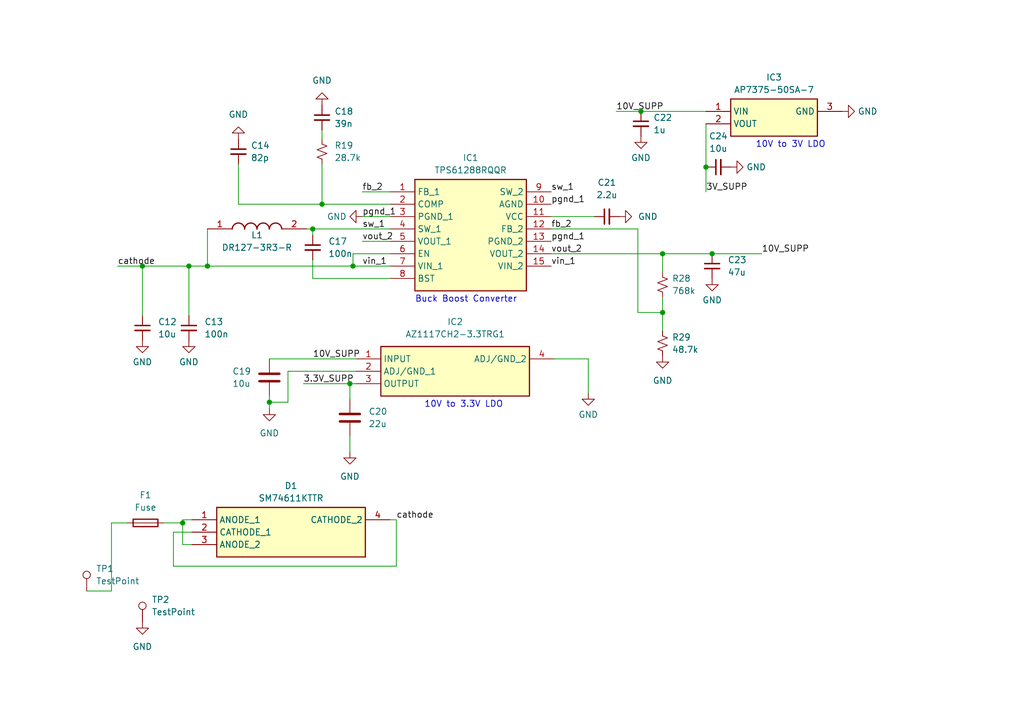
<source format=kicad_sch>
(kicad_sch (version 20230121) (generator eeschema)
  (paper "A5")
  (lib_symbols
    (symbol "AP7375-50SA-7:AP7375-50SA-7"
      (property "Reference" "IC" (at 24.13 7.62 0))
      (property "Value" "AP7375-50SA-7" (at 24.13 5.08 0))
      (symbol "AP7375-50SA-7_1_1"
        (rectangle (start 5.08 2.54) (end 22.86 -5.08) (stroke (width 0.254)) (fill (type background)))
        (pin passive line (at 0 0 0) (length 5.08) (name "VIN") (number "1"))
        (pin passive line (at 0 -2.54 0) (length 5.08) (name "VOUT") (number "2"))
        (pin passive line (at 27.94 0 180) (length 5.08) (name "GND") (number "3"))
      )
    )
    (symbol "AZ1117CH2-3_3TRG1:AZ1117CH2-3.3TRG1"
      (property "Reference" "IC" (at 36.83 7.62 0))
      (property "Value" "AZ1117CH2-3.3TRG1" (at 36.83 5.08 0))
      (symbol "AZ1117CH2-3.3TRG1_1_1"
        (rectangle (start 5.08 2.54) (end 35.56 -7.62) (stroke (width 0.254)) (fill (type background)))
        (pin passive line (at 0 0 0) (length 5.08) (name "INPUT") (number "1"))
        (pin passive line (at 0 -2.54 0) (length 5.08) (name "ADJ/GND_1") (number "2"))
        (pin passive line (at 0 -5.08 0) (length 5.08) (name "OUTPUT") (number "3"))
        (pin passive line (at 40.64 0 180) (length 5.08) (name "ADJ/GND_2") (number "4"))
      )
    )
    (symbol "Connector:TestPoint" (pin_numbers hide) (pin_names (offset 0.762) hide)
      (property "Reference" "TP" (at 0 6.858 0))
      (property "Value" "TestPoint" (at 0 5.08 0))
      (symbol "TestPoint_0_1"
        (circle (center 0 3.302) (radius 0.762))
      )
      (symbol "TestPoint_1_1"
        (pin passive line (at 0 0 90) (length 2.54) (name "1") (number "1"))
      )
    )
    (symbol "DR127-3R3-R:DR127-3R3-R" (pin_names hide)
      (property "Reference" "L" (at 16.51 6.35 0))
      (property "Value" "DR127-3R3-R" (at 16.51 3.81 0))
      (symbol "DR127-3R3-R_1_1"
        (arc (start 7.62 0) (mid 6.35 1.219) (end 5.08 0) (stroke (width 0.254)))
        (arc (start 10.16 0) (mid 8.89 1.219) (end 7.62 0) (stroke (width 0.254)))
        (arc (start 12.7 0) (mid 11.43 1.219) (end 10.16 0) (stroke (width 0.254)))
        (arc (start 15.24 0) (mid 13.97 1.219) (end 12.7 0) (stroke (width 0.254)))
        (pin passive line (at 0 0 0) (length 5.08) (name "1") (number "1"))
        (pin passive line (at 20.32 0 180) (length 5.08) (name "2") (number "2"))
      )
    )
    (symbol "Device:C" (pin_numbers hide) (pin_names (offset 0.254))
      (property "Reference" "C" (at 0.635 2.54 0))
      (property "Value" "C" (at 0.635 -2.54 0))
      (symbol "C_0_1"
        (polyline (pts (xy -2.032 -0.762) (xy 2.032 -0.762)) (stroke (width 0.508)))
        (polyline (pts (xy -2.032 0.762) (xy 2.032 0.762)) (stroke (width 0.508)))
      )
      (symbol "C_1_1"
        (pin passive line (at 0 3.81 270) (length 2.794) (name "~") (number "1"))
        (pin passive line (at 0 -3.81 90) (length 2.794) (name "~") (number "2"))
      )
    )
    (symbol "Device:C_Small" (pin_numbers hide) (pin_names (offset 0.254) hide)
      (property "Reference" "C" (at 0.254 1.778 0))
      (property "Value" "C_Small" (at 0.254 -2.032 0))
      (symbol "C_Small_0_1"
        (polyline (pts (xy -1.524 -0.508) (xy 1.524 -0.508)) (stroke (width 0.3302)))
        (polyline (pts (xy -1.524 0.508) (xy 1.524 0.508)) (stroke (width 0.3048)))
      )
      (symbol "C_Small_1_1"
        (pin passive line (at 0 2.54 270) (length 2.032) (name "~") (number "1"))
        (pin passive line (at 0 -2.54 90) (length 2.032) (name "~") (number "2"))
      )
    )
    (symbol "Device:Fuse" (pin_numbers hide) (pin_names (offset 0))
      (property "Reference" "F" (at 2.032 0 90))
      (property "Value" "Fuse" (at -1.905 0 90))
      (symbol "Fuse_0_1"
        (rectangle (start -0.762 -2.54) (end 0.762 2.54) (stroke (width 0.254)))
        (polyline (pts (xy 0 2.54) (xy 0 -2.54)))
      )
      (symbol "Fuse_1_1"
        (pin passive line (at 0 3.81 270) (length 1.27) (name "~") (number "1"))
        (pin passive line (at 0 -3.81 90) (length 1.27) (name "~") (number "2"))
      )
    )
    (symbol "Device:R_Small_US" (pin_numbers hide) (pin_names (offset 0.254) hide)
      (property "Reference" "R" (at 0.762 0.508 0))
      (property "Value" "R_Small_US" (at 0.762 -1.016 0))
      (symbol "R_Small_US_1_1"
        (polyline (pts (xy 0 0) (xy 1.016 -0.381) (xy 0 -0.762) (xy -1.016 -1.143) (xy 0 -1.524)))
        (polyline (pts (xy 0 1.524) (xy 1.016 1.143) (xy 0 0.762) (xy -1.016 0.381) (xy 0 0)))
        (pin passive line (at 0 2.54 270) (length 1.016) (name "~") (number "1"))
        (pin passive line (at 0 -2.54 90) (length 1.016) (name "~") (number "2"))
      )
    )
    (symbol "SM74611KTTR:SM74611KTTR"
      (property "Reference" "D" (at 36.83 7.62 0))
      (property "Value" "SM74611KTTR" (at 36.83 5.08 0))
      (symbol "SM74611KTTR_1_1"
        (rectangle (start 5.08 2.54) (end 35.56 -7.62) (stroke (width 0.254)) (fill (type background)))
        (pin passive line (at 0 0 0) (length 5.08) (name "ANODE_1") (number "1"))
        (pin passive line (at 0 -2.54 0) (length 5.08) (name "CATHODE_1") (number "2"))
        (pin passive line (at 0 -5.08 0) (length 5.08) (name "ANODE_2") (number "3"))
        (pin passive line (at 40.64 0 180) (length 5.08) (name "CATHODE_2") (number "4"))
      )
    )
    (symbol "TPS61288RQQR:TPS61288RQQR"
      (property "Reference" "IC" (at 29.21 7.62 0))
      (property "Value" "TPS61288RQQR" (at 29.21 5.08 0))
      (symbol "TPS61288RQQR_1_1"
        (rectangle (start 5.08 2.54) (end 27.94 -20.32) (stroke (width 0.254)) (fill (type background)))
        (pin passive line (at 0 0 0) (length 5.08) (name "FB_1") (number "1"))
        (pin passive line (at 33.02 -2.54 180) (length 5.08) (name "AGND") (number "10"))
        (pin passive line (at 33.02 -5.08 180) (length 5.08) (name "VCC") (number "11"))
        (pin passive line (at 33.02 -7.62 180) (length 5.08) (name "FB_2") (number "12"))
        (pin passive line (at 33.02 -10.16 180) (length 5.08) (name "PGND_2") (number "13"))
        (pin passive line (at 33.02 -12.7 180) (length 5.08) (name "VOUT_2") (number "14"))
        (pin passive line (at 33.02 -15.24 180) (length 5.08) (name "VIN_2") (number "15"))
        (pin passive line (at 0 -2.54 0) (length 5.08) (name "COMP") (number "2"))
        (pin passive line (at 0 -5.08 0) (length 5.08) (name "PGND_1") (number "3"))
        (pin passive line (at 0 -7.62 0) (length 5.08) (name "SW_1") (number "4"))
        (pin passive line (at 0 -10.16 0) (length 5.08) (name "VOUT_1") (number "5"))
        (pin passive line (at 0 -12.7 0) (length 5.08) (name "EN") (number "6"))
        (pin passive line (at 0 -15.24 0) (length 5.08) (name "VIN_1") (number "7"))
        (pin passive line (at 0 -17.78 0) (length 5.08) (name "BST") (number "8"))
        (pin passive line (at 33.02 0 180) (length 5.08) (name "SW_2") (number "9"))
      )
    )
    (symbol "power:GND" (power) (pin_names (offset 0))
      (property "Value" "GND" (at 0 -3.81 0))
      (symbol "GND_0_1"
        (polyline (pts (xy 0 0) (xy 0 -1.27) (xy 1.27 -1.27) (xy 0 -2.54) (xy -1.27 -1.27) (xy 0 -1.27)))
      )
      (symbol "GND_1_1"
        (pin power_in line (at 0 0 270) (length 0) hide (name "GND") (number "1"))
      )
    )
  )
  (junction (at 55.245 82.55))
  (junction (at 72.39 54.61))
  (junction (at 146.05 52.07))
  (junction (at 135.89 52.07))
  (junction (at 37.465 107.315))
  (junction (at 42.545 54.61))
  (junction (at 38.735 54.61))
  (junction (at 135.89 64.135))
  (junction (at 66.04 41.91))
  (junction (at 71.755 78.74))
  (junction (at 29.21 54.61))
  (junction (at 64.135 46.99))
  (junction (at 144.78 34.29))
  (junction (at 131.445 22.86))
  (wire (pts (xy 71.755 78.74) (xy 71.755 81.915)))
  (wire (pts (xy 42.545 46.99) (xy 42.545 54.61)))
  (wire (pts (xy 126.365 22.86) (xy 131.445 22.86)))
  (wire (pts (xy 39.37 111.76) (xy 37.465 111.76)))
  (wire (pts (xy 66.04 26.67) (xy 66.04 28.575)))
  (wire (pts (xy 66.04 33.655) (xy 66.04 41.91)))
  (wire (pts (xy 120.65 73.66) (xy 120.65 80.645)))
  (wire (pts (xy 37.465 111.76) (xy 37.465 107.315)))
  (wire (pts (xy 22.86 107.315) (xy 22.86 121.285)))
  (wire (pts (xy 64.135 46.99) (xy 80.01 46.99)))
  (wire (pts (xy 144.78 25.4) (xy 144.78 34.29)))
  (wire (pts (xy 113.03 44.45) (xy 121.92 44.45)))
  (wire (pts (xy 33.655 107.315) (xy 37.465 107.315)))
  (wire (pts (xy 55.245 83.82) (xy 55.245 82.55)))
  (wire (pts (xy 74.295 49.53) (xy 80.01 49.53)))
  (wire (pts (xy 72.39 52.07) (xy 72.39 54.61)))
  (wire (pts (xy 59.055 82.55) (xy 59.055 76.2)))
  (wire (pts (xy 59.055 76.2) (xy 73.025 76.2)))
  (wire (pts (xy 38.735 64.77) (xy 38.735 54.61)))
  (wire (pts (xy 81.28 106.68) (xy 80.01 106.68)))
  (wire (pts (xy 26.035 107.315) (xy 22.86 107.315)))
  (wire (pts (xy 71.755 89.535) (xy 71.755 92.71)))
  (wire (pts (xy 144.78 34.29) (xy 144.78 39.37)))
  (wire (pts (xy 35.56 109.22) (xy 35.56 116.205)))
  (wire (pts (xy 74.295 44.45) (xy 80.01 44.45)))
  (wire (pts (xy 130.81 46.99) (xy 130.81 64.135)))
  (wire (pts (xy 72.39 54.61) (xy 80.01 54.61)))
  (wire (pts (xy 29.21 54.61) (xy 38.735 54.61)))
  (wire (pts (xy 131.445 22.86) (xy 144.78 22.86)))
  (wire (pts (xy 35.56 116.205) (xy 81.28 116.205)))
  (wire (pts (xy 66.04 41.91) (xy 80.01 41.91)))
  (wire (pts (xy 74.295 39.37) (xy 80.01 39.37)))
  (wire (pts (xy 130.81 64.135) (xy 135.89 64.135)))
  (wire (pts (xy 64.135 46.99) (xy 64.135 48.26)))
  (wire (pts (xy 48.895 41.91) (xy 66.04 41.91)))
  (wire (pts (xy 113.665 73.66) (xy 120.65 73.66)))
  (wire (pts (xy 113.03 52.07) (xy 135.89 52.07)))
  (wire (pts (xy 81.28 116.205) (xy 81.28 106.68)))
  (wire (pts (xy 146.05 52.07) (xy 156.21 52.07)))
  (wire (pts (xy 48.895 33.655) (xy 48.895 41.91)))
  (wire (pts (xy 29.21 64.77) (xy 29.21 54.61)))
  (wire (pts (xy 62.23 78.74) (xy 71.755 78.74)))
  (wire (pts (xy 24.13 54.61) (xy 29.21 54.61)))
  (wire (pts (xy 71.755 78.74) (xy 73.025 78.74)))
  (wire (pts (xy 55.245 82.55) (xy 59.055 82.55)))
  (wire (pts (xy 38.735 54.61) (xy 42.545 54.61)))
  (wire (pts (xy 135.89 60.96) (xy 135.89 64.135)))
  (wire (pts (xy 135.89 64.135) (xy 135.89 67.945)))
  (wire (pts (xy 17.78 121.285) (xy 22.86 121.285)))
  (wire (pts (xy 37.465 107.315) (xy 37.465 106.68)))
  (wire (pts (xy 64.135 57.15) (xy 80.01 57.15)))
  (wire (pts (xy 62.865 46.99) (xy 64.135 46.99)))
  (wire (pts (xy 37.465 106.68) (xy 39.37 106.68)))
  (wire (pts (xy 113.03 46.99) (xy 130.81 46.99)))
  (wire (pts (xy 135.89 52.07) (xy 135.89 55.88)))
  (wire (pts (xy 64.135 53.34) (xy 64.135 57.15)))
  (wire (pts (xy 39.37 109.22) (xy 35.56 109.22)))
  (wire (pts (xy 55.245 82.55) (xy 55.245 81.28)))
  (wire (pts (xy 42.545 54.61) (xy 72.39 54.61)))
  (wire (pts (xy 55.245 73.66) (xy 73.025 73.66)))
  (wire (pts (xy 135.89 52.07) (xy 146.05 52.07)))
  (wire (pts (xy 72.39 52.07) (xy 80.01 52.07)))
  (text "Buck Boost Converter" (at 85.09 62.23 0) (effects (font (size 1.27 1.27)) (justify left bottom)))
  (text "10V to 3.3V LDO" (at 86.995 83.82 0) (effects (font (size 1.27 1.27)) (justify left bottom)))
  (text "10V to 3V LDO\n" (at 154.94 30.48 0) (effects (font (size 1.27 1.27)) (justify left bottom)))
  (label "fb_2" (at 113.03 46.99 0))
  (label "3.3V_SUPP" (at 62.23 78.74 0))
  (label "fb_2" (at 74.295 39.37 0))
  (label "sw_1" (at 113.03 39.37 0))
  (label "10V_SUPP" (at 126.365 22.86 0))
  (label "vin_1" (at 74.295 54.61 0))
  (label "vout_2" (at 113.03 52.07 0))
  (label "vin_1" (at 113.03 54.61 0))
  (label "vout_2" (at 74.295 49.53 0))
  (label "pgnd_1" (at 113.03 49.53 0))
  (label "pgnd_1" (at 113.03 41.91 0))
  (label "sw_1" (at 74.295 46.99 0))
  (label "10V_SUPP" (at 64.135 73.66 0))
  (label "3V_SUPP" (at 144.78 39.37 0))
  (label "cathode" (at 81.28 106.68 0))
  (label "pgnd_1" (at 74.295 44.45 0))
  (label "cathode" (at 24.13 54.61 0))
  (label "10V_SUPP" (at 156.21 52.07 0))
  (symbol (lib_id "power:GND") (at 172.72 22.86 90) (unit 1)
    (property "Reference" "#PWR065" (effects hide))
    (property "Value" "GND" (at 175.895 22.86 90) (effects (justify right)))
  )
  (symbol (lib_id "Device:C_Small") (at 29.21 67.31 0) (unit 1)
    (property "Reference" "C12" (at 32.385 66.0463 0) (effects (justify left)))
    (property "Value" "10u" (at 32.385 68.5863 0) (effects (justify left)))
    (property "Footprint" "Capacitor_SMD:C_0805_2012Metric_Pad1.18x1.45mm_HandSolder" (effects hide))
  )
  (symbol (lib_id "power:GND") (at 66.04 21.59 180) (unit 1)
    (property "Reference" "#PWR037" (effects hide))
    (property "Value" "GND" (at 66.04 16.51 0))
  )
  (symbol (lib_id "power:GND") (at 55.245 83.82 0) (unit 1)
    (property "Reference" "#PWR039" (effects hide))
    (property "Value" "GND" (at 55.245 88.9 0))
  )
  (symbol (lib_id "power:GND") (at 120.65 80.645 0) (unit 1)
    (property "Reference" "#PWR064" (effects hide))
    (property "Value" "GND" (at 120.65 85.09 0))
  )
  (symbol (lib_id "power:GND") (at 48.895 28.575 180) (unit 1)
    (property "Reference" "#PWR029" (effects hide))
    (property "Value" "GND" (at 48.895 23.495 0))
  )
  (symbol (lib_id "power:GND") (at 131.445 27.94 0) (unit 1)
    (property "Reference" "#PWR046" (effects hide))
    (property "Value" "GND" (at 131.445 32.385 0))
  )
  (symbol (lib_id "Connector:TestPoint") (at 29.21 127.635 0) (unit 1)
    (property "Reference" "TP2" (at 31.115 123.063 0) (effects (justify left)))
    (property "Value" "TestPoint" (at 31.115 125.603 0) (effects (justify left)))
    (property "Footprint" "TestPoint:TestPoint_Pad_2.0x2.0mm" (effects hide))
  )
  (symbol (lib_id "TPS61288RQQR:TPS61288RQQR") (at 80.01 39.37 0) (unit 1)
    (property "Reference" "IC1" (at 96.52 32.385 0))
    (property "Value" "TPS61288RQQR" (at 96.52 34.925 0))
    (property "Footprint" "tpsqqr:TPS61288RQQR" (effects hide))
    (property "Datasheet" "https://www.ti.com/lit/ds/symlink/tps61288.pdf?ts=1609351344517&ref_url=https%253A%252F%252Fwww.ti.com%252Fpower-management%252Fnon-isolated-dc-dc-switching-regulators%252Fstep-up-boost%252Fboost-converters-integrated-switch%252Fproducts.html" (effects hide))
    (property "Height" "1" (effects hide))
    (property "Mouser Part Number" "595-TPS61288RQQR" (effects hide))
    (property "Mouser Price/Stock" "https://www.mouser.co.uk/ProductDetail/Texas-Instruments/TPS61288RQQR?qs=eP2BKZSCXI7ZX8saYJkaIw%3D%3D" (effects hide))
    (property "Manufacturer_Name" "Texas Instruments" (effects hide))
    (property "Manufacturer_Part_Number" "TPS61288RQQR" (effects hide))
  )
  (symbol (lib_id "power:GND") (at 135.89 73.025 0) (unit 1)
    (property "Reference" "#PWR049" (effects hide))
    (property "Value" "GND" (at 135.89 78.105 0))
  )
  (symbol (lib_id "Device:C") (at 71.755 85.725 0) (unit 1)
    (property "Reference" "C20" (at 75.565 84.455 0) (effects (justify left)))
    (property "Value" "22u" (at 75.565 86.995 0) (effects (justify left)))
    (property "Footprint" "Capacitor_SMD:C_0603_1608Metric_Pad1.08x0.95mm_HandSolder" (effects hide))
  )
  (symbol (lib_id "AZ1117CH2-3_3TRG1:AZ1117CH2-3.3TRG1") (at 73.025 73.66 0) (unit 1)
    (property "Reference" "IC2" (at 93.345 66.04 0))
    (property "Value" "AZ1117CH2-3.3TRG1" (at 93.345 68.58 0))
    (property "Footprint" "AZ1117:SOT230P700X180-4N" (effects hide))
    (property "Datasheet" "https://www.arrow.com/en/products/az1117ch2-3.3trg1/diodes-incorporated" (effects hide))
    (property "Height" "1.8" (effects hide))
    (property "Mouser Part Number" "621-AZ1117CH2-33TRG1" (effects hide))
    (property "Mouser Price/Stock" "https://www.mouser.co.uk/ProductDetail/Diodes-Incorporated/AZ1117CH2-3.3TRG1?qs=lQAVKuKFhkLc7jCxso2G3w%3D%3D" (effects hide))
    (property "Manufacturer_Name" "Diodes Incorporated" (effects hide))
    (property "Manufacturer_Part_Number" "AZ1117CH2-3.3TRG1" (effects hide))
  )
  (symbol (lib_id "Device:C_Small") (at 38.735 67.31 0) (unit 1)
    (property "Reference" "C13" (at 41.91 66.0463 0) (effects (justify left)))
    (property "Value" "100n" (at 41.91 68.5863 0) (effects (justify left)))
    (property "Footprint" "Capacitor_SMD:C_0805_2012Metric_Pad1.18x1.45mm_HandSolder" (effects hide))
  )
  (symbol (lib_id "Device:R_Small_US") (at 135.89 70.485 0) (unit 1)
    (property "Reference" "R29" (at 137.795 69.215 0) (effects (justify left)))
    (property "Value" "48.7k" (at 137.795 71.755 0) (effects (justify left)))
    (property "Footprint" "Resistor_SMD:R_0402_1005Metric_Pad0.72x0.64mm_HandSolder" (effects hide))
  )
  (symbol (lib_id "Device:C_Small") (at 146.05 54.61 0) (unit 1)
    (property "Reference" "C23" (at 149.225 53.3463 0) (effects (justify left)))
    (property "Value" "47u" (at 149.225 55.8863 0) (effects (justify left)))
    (property "Footprint" "Capacitor_SMD:C_1210_3225Metric_Pad1.33x2.70mm_HandSolder" (effects hide))
  )
  (symbol (lib_id "power:GND") (at 74.295 44.45 270) (unit 1)
    (property "Reference" "#PWR038" (effects hide))
    (property "Value" "GND" (at 71.12 44.45 90) (effects (justify right)))
  )
  (symbol (lib_id "Device:C_Small") (at 64.135 50.8 0) (unit 1)
    (property "Reference" "C17" (at 67.31 49.5363 0) (effects (justify left)))
    (property "Value" "100n" (at 67.31 52.0763 0) (effects (justify left)))
    (property "Footprint" "Capacitor_SMD:C_0805_2012Metric_Pad1.18x1.45mm_HandSolder" (effects hide))
  )
  (symbol (lib_id "power:GND") (at 29.21 127.635 0) (unit 1)
    (property "Reference" "#PWR023" (effects hide))
    (property "Value" "GND" (at 29.21 132.715 0))
  )
  (symbol (lib_id "Device:R_Small_US") (at 66.04 31.115 0) (unit 1)
    (property "Reference" "R19" (at 68.58 29.845 0) (effects (justify left)))
    (property "Value" "28.7k" (at 68.58 32.385 0) (effects (justify left)))
    (property "Footprint" "Resistor_SMD:R_0402_1005Metric_Pad0.72x0.64mm_HandSolder" (effects hide))
  )
  (symbol (lib_id "power:GND") (at 71.755 92.71 0) (unit 1)
    (property "Reference" "#PWR044" (effects hide))
    (property "Value" "GND" (at 71.755 97.79 0))
  )
  (symbol (lib_id "Device:C_Small") (at 66.04 24.13 0) (unit 1)
    (property "Reference" "C18" (at 68.58 22.8663 0) (effects (justify left)))
    (property "Value" "39n" (at 68.58 25.4063 0) (effects (justify left)))
    (property "Footprint" "Capacitor_SMD:C_0402_1005Metric_Pad0.74x0.62mm_HandSolder" (effects hide))
  )
  (symbol (lib_id "DR127-3R3-R:DR127-3R3-R") (at 42.545 46.99 0) (unit 1)
    (property "Reference" "L1" (at 52.705 48.26 0))
    (property "Value" "DR127-3R3-R" (at 52.705 50.8 0))
    (property "Footprint" "dr127:INDPM125125X800N" (effects hide))
    (property "Datasheet" "https://www.eaton.com/content/dam/eaton/products/electronic-components/resources/data-sheet/eaton-dr-high-power-density-high-efficiency-shielded-drum-core-power-inductors-data-sheet.pdf" (effects hide))
    (property "Height" "8" (effects hide))
    (property "Mouser Part Number" "704-DR127-3R3-R" (effects hide))
    (property "Mouser Price/Stock" "https://www.mouser.co.uk/ProductDetail/Coiltronics-Eaton/DR127-3R3-R?qs=yzwxPInThYRy49thz6gW5A%3D%3D" (effects hide))
    (property "Manufacturer_Name" "Eaton" (effects hide))
    (property "Manufacturer_Part_Number" "DR127-3R3-R" (effects hide))
  )
  (symbol (lib_id "Connector:TestPoint") (at 17.78 121.285 0) (unit 1)
    (property "Reference" "TP1" (at 19.685 116.713 0) (effects (justify left)))
    (property "Value" "TestPoint" (at 19.685 119.253 0) (effects (justify left)))
    (property "Footprint" "TestPoint:TestPoint_Pad_2.0x2.0mm" (effects hide))
  )
  (symbol (lib_id "AP7375-50SA-7:AP7375-50SA-7") (at 144.78 22.86 0) (unit 1)
    (property "Reference" "IC3" (at 158.75 15.875 0))
    (property "Value" "AP7375-50SA-7" (at 158.75 18.415 0))
    (property "Footprint" "ap7sa:SOT96P240X110-3N" (effects hide))
    (property "Height" "1.1" (effects hide))
    (property "Mouser Part Number" "621-AP7375-50SA-7" (effects hide))
    (property "Mouser Price/Stock" "https://www.mouser.co.uk/ProductDetail/Diodes-Incorporated/AP7375-50SA-7?qs=t7xnP681wgX8yYKy1Pe5iA%3D%3D" (effects hide))
    (property "Manufacturer_Name" "Diodes Incorporated" (effects hide))
    (property "Manufacturer_Part_Number" "AP7375-50SA-7" (effects hide))
  )
  (symbol (lib_id "Device:C_Small") (at 124.46 44.45 90) (unit 1)
    (property "Reference" "C21" (at 124.4663 37.465 90))
    (property "Value" "2.2u" (at 124.4663 40.005 90))
    (property "Footprint" "Capacitor_SMD:C_0603_1608Metric_Pad1.08x0.95mm_HandSolder" (effects hide))
  )
  (symbol (lib_id "Device:C") (at 55.245 77.47 0) (unit 1)
    (property "Reference" "C19" (at 47.625 76.2 0) (effects (justify left)))
    (property "Value" "10u" (at 47.625 78.74 0) (effects (justify left)))
    (property "Footprint" "Capacitor_SMD:C_0805_2012Metric_Pad1.18x1.45mm_HandSolder" (effects hide))
  )
  (symbol (lib_id "Device:C_Small") (at 48.895 31.115 0) (unit 1)
    (property "Reference" "C14" (at 51.435 29.8513 0) (effects (justify left)))
    (property "Value" "82p" (at 51.435 32.3913 0) (effects (justify left)))
    (property "Footprint" "Capacitor_SMD:C_0805_2012Metric_Pad1.18x1.45mm_HandSolder" (effects hide))
  )
  (symbol (lib_id "Device:Fuse") (at 29.845 107.315 90) (unit 1)
    (property "Reference" "F1" (at 29.845 101.6 90))
    (property "Value" "Fuse" (at 29.845 104.14 90))
    (property "Footprint" "Fuse:Fuse_0603_1608Metric_Pad1.05x0.95mm_HandSolder" (effects hide))
  )
  (symbol (lib_id "power:GND") (at 146.05 57.15 0) (unit 1)
    (property "Reference" "#PWR053" (effects hide))
    (property "Value" "GND" (at 146.05 61.595 0))
  )
  (symbol (lib_id "power:GND") (at 127 44.45 90) (unit 1)
    (property "Reference" "#PWR045" (effects hide))
    (property "Value" "GND" (at 130.81 44.45 90) (effects (justify right)))
  )
  (symbol (lib_id "Device:R_Small_US") (at 135.89 58.42 0) (unit 1)
    (property "Reference" "R28" (at 137.795 57.15 0) (effects (justify left)))
    (property "Value" "768k" (at 137.795 59.69 0) (effects (justify left)))
    (property "Footprint" "Resistor_SMD:R_0402_1005Metric_Pad0.72x0.64mm_HandSolder" (effects hide))
  )
  (symbol (lib_id "power:GND") (at 38.735 69.85 0) (unit 1)
    (property "Reference" "#PWR024" (effects hide))
    (property "Value" "GND" (at 38.735 74.295 0))
  )
  (symbol (lib_id "Device:C_Small") (at 131.445 25.4 0) (unit 1)
    (property "Reference" "C22" (at 133.985 24.1363 0) (effects (justify left)))
    (property "Value" "1u" (at 133.985 26.6763 0) (effects (justify left)))
    (property "Footprint" "Capacitor_SMD:C_0805_2012Metric_Pad1.18x1.45mm_HandSolder" (effects hide))
  )
  (symbol (lib_id "power:GND") (at 29.21 69.85 0) (unit 1)
    (property "Reference" "#PWR022" (effects hide))
    (property "Value" "GND" (at 29.21 74.295 0))
  )
  (symbol (lib_id "SM74611KTTR:SM74611KTTR") (at 39.37 106.68 0) (unit 1)
    (property "Reference" "D1" (at 59.69 99.695 0))
    (property "Value" "SM74611KTTR" (at 59.69 102.235 0))
    (property "Footprint" "sm746:TO254P1524X483-4N" (effects hide))
    (property "Datasheet" "http://www.ti.com/lit/ds/symlink/sm74611.pdf" (effects hide))
    (property "Height" "4.83" (effects hide))
    (property "Mouser Part Number" "595-SM74611KTTR" (effects hide))
    (property "Mouser Price/Stock" "https://www.mouser.co.uk/ProductDetail/Texas-Instruments/SM74611KTTR?qs=KLh5H0KA3CMOyzy9HDzESA%3D%3D" (effects hide))
    (property "Manufacturer_Name" "Texas Instruments" (effects hide))
    (property "Manufacturer_Part_Number" "SM74611KTTR" (effects hide))
  )
  (symbol (lib_id "power:GND") (at 149.86 34.29 90) (unit 1)
    (property "Reference" "#PWR056" (effects hide))
    (property "Value" "GND" (at 153.035 34.29 90) (effects (justify right)))
  )
  (symbol (lib_id "Device:C_Small") (at 147.32 34.29 90) (unit 1)
    (property "Reference" "C24" (at 147.3263 27.94 90))
    (property "Value" "10u" (at 147.3263 30.48 90))
    (property "Footprint" "Capacitor_SMD:C_0805_2012Metric_Pad1.18x1.45mm_HandSolder" (effects hide))
  )
)
</source>
